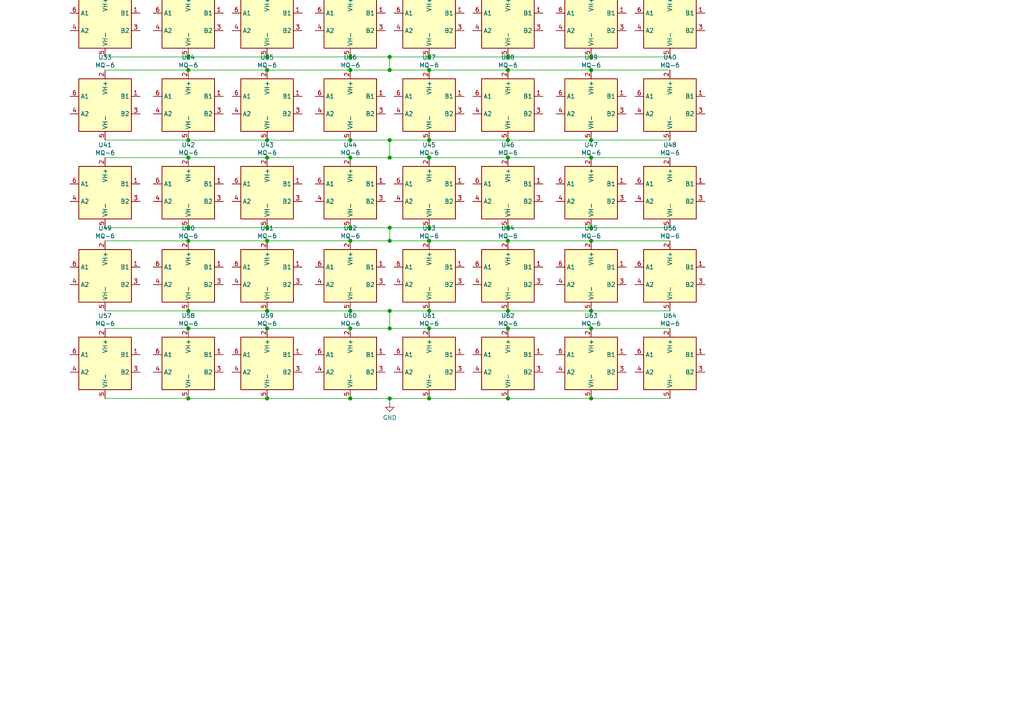
<source format=kicad_sch>
(kicad_sch (version 20210406) (generator eeschema)
  (paper "A4")
  (lib_symbols
    (symbol "Sensor_Gas:MQ-6"
      (property "Reference" "U" (at -6.35 8.89 0))
      (property "Value" "MQ-6" (at 3.81 8.89 0))
      (symbol "MQ-6_0_1"
        (rectangle (start -7.62 7.62) (end 7.62 -7.62) (stroke (width 0.254)) (fill (type background)))
      )
      (symbol "MQ-6_1_1"
        (pin passive line (at 10.16 2.54 180) (length 2.54) (name "B1") (number "1"))
        (pin power_in line (at 0 10.16 270) (length 2.54) (name "VH+") (number "2"))
        (pin passive line (at 10.16 -2.54 180) (length 2.54) (name "B2") (number "3"))
        (pin passive line (at -10.16 -2.54 0) (length 2.54) (name "A2") (number "4"))
        (pin power_in line (at 0 -10.16 90) (length 2.54) (name "VH-") (number "5"))
        (pin passive line (at -10.16 2.54 0) (length 2.54) (name "A1") (number "6"))
      )
    )
    (symbol "power:+24V" (power) (pin_names (offset 0))
      (property "Value" "+24V" (at 0 3.556 0))
      (symbol "+24V_0_1"
        (polyline (pts (xy -0.762 1.27) (xy 0 2.54)))
        (polyline (pts (xy 0 0) (xy 0 2.54)))
        (polyline (pts (xy 0 2.54) (xy 0.762 1.27)))
      )
      (symbol "+24V_1_1"
        (pin power_in line (at 0 0 90) (length 0) hide (name "+24V") (number "1"))
      )
    )
    (symbol "power:GND" (power) (pin_names (offset 0))
      (property "Value" "GND" (at 0 -3.81 0))
      (symbol "GND_0_1"
        (polyline (pts (xy 0 0) (xy 0 -1.27) (xy 1.27 -1.27) (xy 0 -2.54) (xy -1.27 -1.27) (xy 0 -1.27)))
      )
      (symbol "GND_1_1"
        (pin power_in line (at 0 0 270) (length 0) hide (name "GND") (number "1"))
      )
    )
  )
  (junction (at 54.61 -78.74) (diameter 1.016))
  (junction (at 54.61 -58.42) (diameter 1.016))
  (junction (at 54.61 -53.34) (diameter 1.016))
  (junction (at 54.61 -33.02) (diameter 1.016))
  (junction (at 54.61 -29.21) (diameter 1.016))
  (junction (at 54.61 -8.89) (diameter 1.016))
  (junction (at 54.61 -3.81) (diameter 1.016))
  (junction (at 54.61 16.51) (diameter 1.016))
  (junction (at 54.61 20.32) (diameter 1.016))
  (junction (at 54.61 40.64) (diameter 1.016))
  (junction (at 54.61 45.72) (diameter 1.016))
  (junction (at 54.61 66.04) (diameter 1.016))
  (junction (at 54.61 69.85) (diameter 1.016))
  (junction (at 54.61 90.17) (diameter 1.016))
  (junction (at 54.61 95.25) (diameter 1.016))
  (junction (at 54.61 115.57) (diameter 1.016))
  (junction (at 77.47 -78.74) (diameter 1.016))
  (junction (at 77.47 -58.42) (diameter 1.016))
  (junction (at 77.47 -53.34) (diameter 1.016))
  (junction (at 77.47 -33.02) (diameter 1.016))
  (junction (at 77.47 -29.21) (diameter 1.016))
  (junction (at 77.47 -8.89) (diameter 1.016))
  (junction (at 77.47 -3.81) (diameter 1.016))
  (junction (at 77.47 16.51) (diameter 1.016))
  (junction (at 77.47 20.32) (diameter 1.016))
  (junction (at 77.47 40.64) (diameter 1.016))
  (junction (at 77.47 45.72) (diameter 1.016))
  (junction (at 77.47 66.04) (diameter 1.016))
  (junction (at 77.47 69.85) (diameter 1.016))
  (junction (at 77.47 90.17) (diameter 1.016))
  (junction (at 77.47 95.25) (diameter 1.016))
  (junction (at 77.47 115.57) (diameter 1.016))
  (junction (at 88.9 -78.74) (diameter 1.016))
  (junction (at 101.6 -78.74) (diameter 1.016))
  (junction (at 101.6 -58.42) (diameter 1.016))
  (junction (at 101.6 -53.34) (diameter 1.016))
  (junction (at 101.6 -33.02) (diameter 1.016))
  (junction (at 101.6 -29.21) (diameter 1.016))
  (junction (at 101.6 -8.89) (diameter 1.016))
  (junction (at 101.6 -3.81) (diameter 1.016))
  (junction (at 101.6 16.51) (diameter 1.016))
  (junction (at 101.6 20.32) (diameter 1.016))
  (junction (at 101.6 40.64) (diameter 1.016))
  (junction (at 101.6 45.72) (diameter 1.016))
  (junction (at 101.6 66.04) (diameter 1.016))
  (junction (at 101.6 69.85) (diameter 1.016))
  (junction (at 101.6 90.17) (diameter 1.016))
  (junction (at 101.6 95.25) (diameter 1.016))
  (junction (at 101.6 115.57) (diameter 1.016))
  (junction (at 113.03 -58.42) (diameter 1.016))
  (junction (at 113.03 -53.34) (diameter 1.016))
  (junction (at 113.03 -8.89) (diameter 1.016))
  (junction (at 113.03 -3.81) (diameter 1.016))
  (junction (at 113.03 16.51) (diameter 1.016))
  (junction (at 113.03 20.32) (diameter 1.016))
  (junction (at 113.03 40.64) (diameter 1.016))
  (junction (at 113.03 45.72) (diameter 1.016))
  (junction (at 113.03 66.04) (diameter 1.016))
  (junction (at 113.03 69.85) (diameter 1.016))
  (junction (at 113.03 90.17) (diameter 1.016))
  (junction (at 113.03 95.25) (diameter 1.016))
  (junction (at 113.03 115.57) (diameter 1.016))
  (junction (at 114.3 -33.02) (diameter 1.016))
  (junction (at 114.3 -29.21) (diameter 1.016))
  (junction (at 124.46 -78.74) (diameter 1.016))
  (junction (at 124.46 -58.42) (diameter 1.016))
  (junction (at 124.46 -53.34) (diameter 1.016))
  (junction (at 124.46 -33.02) (diameter 1.016))
  (junction (at 124.46 -29.21) (diameter 1.016))
  (junction (at 124.46 -8.89) (diameter 1.016))
  (junction (at 124.46 -3.81) (diameter 1.016))
  (junction (at 124.46 16.51) (diameter 1.016))
  (junction (at 124.46 20.32) (diameter 1.016))
  (junction (at 124.46 40.64) (diameter 1.016))
  (junction (at 124.46 45.72) (diameter 1.016))
  (junction (at 124.46 66.04) (diameter 1.016))
  (junction (at 124.46 69.85) (diameter 1.016))
  (junction (at 124.46 90.17) (diameter 1.016))
  (junction (at 124.46 95.25) (diameter 1.016))
  (junction (at 124.46 115.57) (diameter 1.016))
  (junction (at 147.32 -78.74) (diameter 1.016))
  (junction (at 147.32 -58.42) (diameter 1.016))
  (junction (at 147.32 -53.34) (diameter 1.016))
  (junction (at 147.32 -33.02) (diameter 1.016))
  (junction (at 147.32 -29.21) (diameter 1.016))
  (junction (at 147.32 -8.89) (diameter 1.016))
  (junction (at 147.32 -3.81) (diameter 1.016))
  (junction (at 147.32 16.51) (diameter 1.016))
  (junction (at 147.32 20.32) (diameter 1.016))
  (junction (at 147.32 40.64) (diameter 1.016))
  (junction (at 147.32 45.72) (diameter 1.016))
  (junction (at 147.32 66.04) (diameter 1.016))
  (junction (at 147.32 69.85) (diameter 1.016))
  (junction (at 147.32 90.17) (diameter 1.016))
  (junction (at 147.32 95.25) (diameter 1.016))
  (junction (at 147.32 115.57) (diameter 1.016))
  (junction (at 171.45 -78.74) (diameter 1.016))
  (junction (at 171.45 -58.42) (diameter 1.016))
  (junction (at 171.45 -53.34) (diameter 1.016))
  (junction (at 171.45 -33.02) (diameter 1.016))
  (junction (at 171.45 -29.21) (diameter 1.016))
  (junction (at 171.45 -8.89) (diameter 1.016))
  (junction (at 171.45 -3.81) (diameter 1.016))
  (junction (at 171.45 16.51) (diameter 1.016))
  (junction (at 171.45 20.32) (diameter 1.016))
  (junction (at 171.45 40.64) (diameter 1.016))
  (junction (at 171.45 45.72) (diameter 1.016))
  (junction (at 171.45 66.04) (diameter 1.016))
  (junction (at 171.45 69.85) (diameter 1.016))
  (junction (at 171.45 90.17) (diameter 1.016))
  (junction (at 171.45 95.25) (diameter 1.016))
  (junction (at 171.45 115.57) (diameter 1.016))
  (wire (pts (xy 30.48 -78.74) (xy 54.61 -78.74)))
  (wire (pts (xy 30.48 -58.42) (xy 54.61 -58.42)))
  (wire (pts (xy 30.48 -53.34) (xy 54.61 -53.34)))
  (wire (pts (xy 30.48 -33.02) (xy 54.61 -33.02)))
  (wire (pts (xy 30.48 -29.21) (xy 54.61 -29.21)))
  (wire (pts (xy 30.48 -8.89) (xy 54.61 -8.89)))
  (wire (pts (xy 30.48 -3.81) (xy 54.61 -3.81)))
  (wire (pts (xy 30.48 16.51) (xy 54.61 16.51)))
  (wire (pts (xy 30.48 20.32) (xy 54.61 20.32)))
  (wire (pts (xy 30.48 40.64) (xy 54.61 40.64)))
  (wire (pts (xy 30.48 45.72) (xy 54.61 45.72)))
  (wire (pts (xy 30.48 66.04) (xy 54.61 66.04)))
  (wire (pts (xy 30.48 69.85) (xy 54.61 69.85)))
  (wire (pts (xy 30.48 90.17) (xy 54.61 90.17)))
  (wire (pts (xy 30.48 95.25) (xy 54.61 95.25)))
  (wire (pts (xy 30.48 115.57) (xy 54.61 115.57)))
  (wire (pts (xy 54.61 -78.74) (xy 77.47 -78.74)))
  (wire (pts (xy 54.61 -58.42) (xy 77.47 -58.42)))
  (wire (pts (xy 54.61 -53.34) (xy 77.47 -53.34)))
  (wire (pts (xy 54.61 -33.02) (xy 77.47 -33.02)))
  (wire (pts (xy 54.61 -29.21) (xy 77.47 -29.21)))
  (wire (pts (xy 54.61 -8.89) (xy 77.47 -8.89)))
  (wire (pts (xy 54.61 -3.81) (xy 77.47 -3.81)))
  (wire (pts (xy 54.61 16.51) (xy 77.47 16.51)))
  (wire (pts (xy 54.61 20.32) (xy 77.47 20.32)))
  (wire (pts (xy 54.61 40.64) (xy 77.47 40.64)))
  (wire (pts (xy 54.61 45.72) (xy 77.47 45.72)))
  (wire (pts (xy 54.61 66.04) (xy 77.47 66.04)))
  (wire (pts (xy 54.61 69.85) (xy 77.47 69.85)))
  (wire (pts (xy 54.61 90.17) (xy 77.47 90.17)))
  (wire (pts (xy 54.61 95.25) (xy 77.47 95.25)))
  (wire (pts (xy 54.61 115.57) (xy 77.47 115.57)))
  (wire (pts (xy 77.47 -78.74) (xy 88.9 -78.74)))
  (wire (pts (xy 77.47 -58.42) (xy 101.6 -58.42)))
  (wire (pts (xy 77.47 -53.34) (xy 101.6 -53.34)))
  (wire (pts (xy 77.47 -33.02) (xy 101.6 -33.02)))
  (wire (pts (xy 77.47 -29.21) (xy 101.6 -29.21)))
  (wire (pts (xy 77.47 -8.89) (xy 101.6 -8.89)))
  (wire (pts (xy 77.47 -3.81) (xy 101.6 -3.81)))
  (wire (pts (xy 77.47 16.51) (xy 101.6 16.51)))
  (wire (pts (xy 77.47 20.32) (xy 101.6 20.32)))
  (wire (pts (xy 77.47 40.64) (xy 101.6 40.64)))
  (wire (pts (xy 77.47 45.72) (xy 101.6 45.72)))
  (wire (pts (xy 77.47 66.04) (xy 101.6 66.04)))
  (wire (pts (xy 77.47 69.85) (xy 101.6 69.85)))
  (wire (pts (xy 77.47 90.17) (xy 101.6 90.17)))
  (wire (pts (xy 77.47 95.25) (xy 101.6 95.25)))
  (wire (pts (xy 77.47 115.57) (xy 101.6 115.57)))
  (wire (pts (xy 88.9 -82.55) (xy 88.9 -78.74)))
  (wire (pts (xy 88.9 -78.74) (xy 101.6 -78.74)))
  (wire (pts (xy 101.6 -78.74) (xy 124.46 -78.74)))
  (wire (pts (xy 101.6 -58.42) (xy 113.03 -58.42)))
  (wire (pts (xy 101.6 -53.34) (xy 113.03 -53.34)))
  (wire (pts (xy 101.6 -33.02) (xy 114.3 -33.02)))
  (wire (pts (xy 101.6 -29.21) (xy 114.3 -29.21)))
  (wire (pts (xy 101.6 -8.89) (xy 113.03 -8.89)))
  (wire (pts (xy 101.6 -3.81) (xy 113.03 -3.81)))
  (wire (pts (xy 101.6 16.51) (xy 113.03 16.51)))
  (wire (pts (xy 101.6 20.32) (xy 113.03 20.32)))
  (wire (pts (xy 101.6 40.64) (xy 113.03 40.64)))
  (wire (pts (xy 101.6 45.72) (xy 113.03 45.72)))
  (wire (pts (xy 101.6 66.04) (xy 113.03 66.04)))
  (wire (pts (xy 101.6 69.85) (xy 113.03 69.85)))
  (wire (pts (xy 101.6 90.17) (xy 113.03 90.17)))
  (wire (pts (xy 101.6 95.25) (xy 113.03 95.25)))
  (wire (pts (xy 101.6 115.57) (xy 113.03 115.57)))
  (wire (pts (xy 113.03 -58.42) (xy 113.03 -53.34)))
  (wire (pts (xy 113.03 -58.42) (xy 124.46 -58.42)))
  (wire (pts (xy 113.03 -53.34) (xy 124.46 -53.34)))
  (wire (pts (xy 113.03 -8.89) (xy 113.03 -3.81)))
  (wire (pts (xy 113.03 -8.89) (xy 124.46 -8.89)))
  (wire (pts (xy 113.03 -3.81) (xy 124.46 -3.81)))
  (wire (pts (xy 113.03 16.51) (xy 113.03 20.32)))
  (wire (pts (xy 113.03 16.51) (xy 124.46 16.51)))
  (wire (pts (xy 113.03 20.32) (xy 124.46 20.32)))
  (wire (pts (xy 113.03 40.64) (xy 113.03 45.72)))
  (wire (pts (xy 113.03 40.64) (xy 124.46 40.64)))
  (wire (pts (xy 113.03 45.72) (xy 124.46 45.72)))
  (wire (pts (xy 113.03 66.04) (xy 113.03 69.85)))
  (wire (pts (xy 113.03 66.04) (xy 124.46 66.04)))
  (wire (pts (xy 113.03 69.85) (xy 124.46 69.85)))
  (wire (pts (xy 113.03 90.17) (xy 113.03 95.25)))
  (wire (pts (xy 113.03 90.17) (xy 124.46 90.17)))
  (wire (pts (xy 113.03 95.25) (xy 124.46 95.25)))
  (wire (pts (xy 113.03 115.57) (xy 113.03 116.84)))
  (wire (pts (xy 113.03 115.57) (xy 124.46 115.57)))
  (wire (pts (xy 114.3 -33.02) (xy 114.3 -29.21)))
  (wire (pts (xy 114.3 -33.02) (xy 124.46 -33.02)))
  (wire (pts (xy 114.3 -29.21) (xy 124.46 -29.21)))
  (wire (pts (xy 124.46 -78.74) (xy 147.32 -78.74)))
  (wire (pts (xy 124.46 -58.42) (xy 147.32 -58.42)))
  (wire (pts (xy 124.46 -53.34) (xy 147.32 -53.34)))
  (wire (pts (xy 124.46 -33.02) (xy 147.32 -33.02)))
  (wire (pts (xy 124.46 -29.21) (xy 147.32 -29.21)))
  (wire (pts (xy 124.46 -8.89) (xy 147.32 -8.89)))
  (wire (pts (xy 124.46 -3.81) (xy 147.32 -3.81)))
  (wire (pts (xy 124.46 16.51) (xy 147.32 16.51)))
  (wire (pts (xy 124.46 20.32) (xy 147.32 20.32)))
  (wire (pts (xy 124.46 40.64) (xy 147.32 40.64)))
  (wire (pts (xy 124.46 45.72) (xy 147.32 45.72)))
  (wire (pts (xy 124.46 66.04) (xy 147.32 66.04)))
  (wire (pts (xy 124.46 69.85) (xy 147.32 69.85)))
  (wire (pts (xy 124.46 90.17) (xy 147.32 90.17)))
  (wire (pts (xy 124.46 95.25) (xy 147.32 95.25)))
  (wire (pts (xy 124.46 115.57) (xy 147.32 115.57)))
  (wire (pts (xy 147.32 -78.74) (xy 171.45 -78.74)))
  (wire (pts (xy 147.32 -58.42) (xy 171.45 -58.42)))
  (wire (pts (xy 147.32 -53.34) (xy 171.45 -53.34)))
  (wire (pts (xy 147.32 -33.02) (xy 171.45 -33.02)))
  (wire (pts (xy 147.32 -29.21) (xy 171.45 -29.21)))
  (wire (pts (xy 147.32 -8.89) (xy 171.45 -8.89)))
  (wire (pts (xy 147.32 -3.81) (xy 171.45 -3.81)))
  (wire (pts (xy 147.32 16.51) (xy 171.45 16.51)))
  (wire (pts (xy 147.32 20.32) (xy 171.45 20.32)))
  (wire (pts (xy 147.32 40.64) (xy 171.45 40.64)))
  (wire (pts (xy 147.32 45.72) (xy 171.45 45.72)))
  (wire (pts (xy 147.32 66.04) (xy 171.45 66.04)))
  (wire (pts (xy 147.32 69.85) (xy 171.45 69.85)))
  (wire (pts (xy 147.32 90.17) (xy 171.45 90.17)))
  (wire (pts (xy 147.32 95.25) (xy 171.45 95.25)))
  (wire (pts (xy 147.32 115.57) (xy 171.45 115.57)))
  (wire (pts (xy 171.45 -78.74) (xy 194.31 -78.74)))
  (wire (pts (xy 171.45 -58.42) (xy 194.31 -58.42)))
  (wire (pts (xy 171.45 -53.34) (xy 194.31 -53.34)))
  (wire (pts (xy 171.45 -33.02) (xy 194.31 -33.02)))
  (wire (pts (xy 171.45 -29.21) (xy 194.31 -29.21)))
  (wire (pts (xy 171.45 -8.89) (xy 194.31 -8.89)))
  (wire (pts (xy 171.45 -3.81) (xy 194.31 -3.81)))
  (wire (pts (xy 171.45 16.51) (xy 194.31 16.51)))
  (wire (pts (xy 171.45 20.32) (xy 194.31 20.32)))
  (wire (pts (xy 171.45 40.64) (xy 194.31 40.64)))
  (wire (pts (xy 171.45 45.72) (xy 194.31 45.72)))
  (wire (pts (xy 171.45 66.04) (xy 194.31 66.04)))
  (wire (pts (xy 171.45 69.85) (xy 194.31 69.85)))
  (wire (pts (xy 171.45 90.17) (xy 194.31 90.17)))
  (wire (pts (xy 171.45 95.25) (xy 194.31 95.25)))
  (wire (pts (xy 171.45 115.57) (xy 194.31 115.57)))
  (symbol (lib_id "power:+24V") (at 88.9 -82.55 0) (unit 1)
    (property "Reference" "#PWR01" (effects hide))
    (property "Value" "+24V" (at 88.9 -86.0974 0))
  )
  (symbol (lib_id "power:GND") (at 113.03 116.84 0) (unit 1)
    (property "Reference" "#PWR02" (effects hide))
    (property "Value" "GND" (at 113.03 121.1644 0))
  )
  (symbol (lib_id "Sensor_Gas:MQ-6") (at 30.48 -68.58 0) (unit 1)
    (property "Reference" "U1" (at 30.48 -82.4272 0))
    (property "Value" "MQ-6" (at 30.48 -80.1285 0))
    (property "Footprint" "brucon_badge:MQ-3-sparkfuntight" (effects hide))
    (property "Datasheet" "https://www.winsen-sensor.com/d/files/semiconductor/mq-6.pdf" (effects hide))
  )
  (symbol (lib_id "Sensor_Gas:MQ-6") (at 30.48 -43.18 0) (unit 1)
    (property "Reference" "U9" (at 30.48 -57.0272 0))
    (property "Value" "MQ-6" (at 30.48 -54.7285 0))
    (property "Footprint" "brucon_badge:MQ-3-sparkfuntight" (effects hide))
    (property "Datasheet" "https://www.winsen-sensor.com/d/files/semiconductor/mq-6.pdf" (effects hide))
  )
  (symbol (lib_id "Sensor_Gas:MQ-6") (at 30.48 -19.05 0) (unit 1)
    (property "Reference" "U17" (at 30.48 -32.8972 0))
    (property "Value" "MQ-6" (at 30.48 -30.5985 0))
    (property "Footprint" "brucon_badge:MQ-3-sparkfuntight" (effects hide))
    (property "Datasheet" "https://www.winsen-sensor.com/d/files/semiconductor/mq-6.pdf" (effects hide))
  )
  (symbol (lib_id "Sensor_Gas:MQ-6") (at 30.48 6.35 0) (unit 1)
    (property "Reference" "U25" (at 30.48 -7.4972 0))
    (property "Value" "MQ-6" (at 30.48 -5.1985 0))
    (property "Footprint" "brucon_badge:MQ-3-sparkfuntight" (effects hide))
    (property "Datasheet" "https://www.winsen-sensor.com/d/files/semiconductor/mq-6.pdf" (effects hide))
  )
  (symbol (lib_id "Sensor_Gas:MQ-6") (at 30.48 30.48 0) (unit 1)
    (property "Reference" "U33" (at 30.48 16.6328 0))
    (property "Value" "MQ-6" (at 30.48 18.9315 0))
    (property "Footprint" "brucon_badge:MQ-3-sparkfuntight" (effects hide))
    (property "Datasheet" "https://www.winsen-sensor.com/d/files/semiconductor/mq-6.pdf" (effects hide))
  )
  (symbol (lib_id "Sensor_Gas:MQ-6") (at 30.48 55.88 0) (unit 1)
    (property "Reference" "U41" (at 30.48 42.0328 0))
    (property "Value" "MQ-6" (at 30.48 44.3315 0))
    (property "Footprint" "brucon_badge:MQ-3-sparkfuntight" (effects hide))
    (property "Datasheet" "https://www.winsen-sensor.com/d/files/semiconductor/mq-6.pdf" (effects hide))
  )
  (symbol (lib_id "Sensor_Gas:MQ-6") (at 30.48 80.01 0) (unit 1)
    (property "Reference" "U49" (at 30.48 66.1628 0))
    (property "Value" "MQ-6" (at 30.48 68.4615 0))
    (property "Footprint" "brucon_badge:MQ-3-sparkfuntight" (effects hide))
    (property "Datasheet" "https://www.winsen-sensor.com/d/files/semiconductor/mq-6.pdf" (effects hide))
  )
  (symbol (lib_id "Sensor_Gas:MQ-6") (at 30.48 105.41 0) (unit 1)
    (property "Reference" "U57" (at 30.48 91.5628 0))
    (property "Value" "MQ-6" (at 30.48 93.8615 0))
    (property "Footprint" "brucon_badge:MQ-3-sparkfuntight" (effects hide))
    (property "Datasheet" "https://www.winsen-sensor.com/d/files/semiconductor/mq-6.pdf" (effects hide))
  )
  (symbol (lib_id "Sensor_Gas:MQ-6") (at 54.61 -68.58 0) (unit 1)
    (property "Reference" "U2" (at 54.61 -82.4272 0))
    (property "Value" "MQ-6" (at 54.61 -80.1285 0))
    (property "Footprint" "brucon_badge:MQ-3-sparkfuntight" (effects hide))
    (property "Datasheet" "https://www.winsen-sensor.com/d/files/semiconductor/mq-6.pdf" (effects hide))
  )
  (symbol (lib_id "Sensor_Gas:MQ-6") (at 54.61 -43.18 0) (unit 1)
    (property "Reference" "U10" (at 54.61 -57.0272 0))
    (property "Value" "MQ-6" (at 54.61 -54.7285 0))
    (property "Footprint" "brucon_badge:MQ-3-sparkfuntight" (effects hide))
    (property "Datasheet" "https://www.winsen-sensor.com/d/files/semiconductor/mq-6.pdf" (effects hide))
  )
  (symbol (lib_id "Sensor_Gas:MQ-6") (at 54.61 -19.05 0) (unit 1)
    (property "Reference" "U18" (at 54.61 -32.8972 0))
    (property "Value" "MQ-6" (at 54.61 -30.5985 0))
    (property "Footprint" "brucon_badge:MQ-3-sparkfuntight" (effects hide))
    (property "Datasheet" "https://www.winsen-sensor.com/d/files/semiconductor/mq-6.pdf" (effects hide))
  )
  (symbol (lib_id "Sensor_Gas:MQ-6") (at 54.61 6.35 0) (unit 1)
    (property "Reference" "U26" (at 54.61 -7.4972 0))
    (property "Value" "MQ-6" (at 54.61 -5.1985 0))
    (property "Footprint" "brucon_badge:MQ-3-sparkfuntight" (effects hide))
    (property "Datasheet" "https://www.winsen-sensor.com/d/files/semiconductor/mq-6.pdf" (effects hide))
  )
  (symbol (lib_id "Sensor_Gas:MQ-6") (at 54.61 30.48 0) (unit 1)
    (property "Reference" "U34" (at 54.61 16.6328 0))
    (property "Value" "MQ-6" (at 54.61 18.9315 0))
    (property "Footprint" "brucon_badge:MQ-3-sparkfuntight" (effects hide))
    (property "Datasheet" "https://www.winsen-sensor.com/d/files/semiconductor/mq-6.pdf" (effects hide))
  )
  (symbol (lib_id "Sensor_Gas:MQ-6") (at 54.61 55.88 0) (unit 1)
    (property "Reference" "U42" (at 54.61 42.0328 0))
    (property "Value" "MQ-6" (at 54.61 44.3315 0))
    (property "Footprint" "brucon_badge:MQ-3-sparkfuntight" (effects hide))
    (property "Datasheet" "https://www.winsen-sensor.com/d/files/semiconductor/mq-6.pdf" (effects hide))
  )
  (symbol (lib_id "Sensor_Gas:MQ-6") (at 54.61 80.01 0) (unit 1)
    (property "Reference" "U50" (at 54.61 66.1628 0))
    (property "Value" "MQ-6" (at 54.61 68.4615 0))
    (property "Footprint" "brucon_badge:MQ-3-sparkfuntight" (effects hide))
    (property "Datasheet" "https://www.winsen-sensor.com/d/files/semiconductor/mq-6.pdf" (effects hide))
  )
  (symbol (lib_id "Sensor_Gas:MQ-6") (at 54.61 105.41 0) (unit 1)
    (property "Reference" "U58" (at 54.61 91.5628 0))
    (property "Value" "MQ-6" (at 54.61 93.8615 0))
    (property "Footprint" "brucon_badge:MQ-3-sparkfuntight" (effects hide))
    (property "Datasheet" "https://www.winsen-sensor.com/d/files/semiconductor/mq-6.pdf" (effects hide))
  )
  (symbol (lib_id "Sensor_Gas:MQ-6") (at 77.47 -68.58 0) (unit 1)
    (property "Reference" "U3" (at 77.47 -82.4272 0))
    (property "Value" "MQ-6" (at 77.47 -80.1285 0))
    (property "Footprint" "brucon_badge:MQ-3-sparkfuntight" (effects hide))
    (property "Datasheet" "https://www.winsen-sensor.com/d/files/semiconductor/mq-6.pdf" (effects hide))
  )
  (symbol (lib_id "Sensor_Gas:MQ-6") (at 77.47 -43.18 0) (unit 1)
    (property "Reference" "U11" (at 77.47 -57.0272 0))
    (property "Value" "MQ-6" (at 77.47 -54.7285 0))
    (property "Footprint" "brucon_badge:MQ-3-sparkfuntight" (effects hide))
    (property "Datasheet" "https://www.winsen-sensor.com/d/files/semiconductor/mq-6.pdf" (effects hide))
  )
  (symbol (lib_id "Sensor_Gas:MQ-6") (at 77.47 -19.05 0) (unit 1)
    (property "Reference" "U19" (at 77.47 -32.8972 0))
    (property "Value" "MQ-6" (at 77.47 -30.5985 0))
    (property "Footprint" "brucon_badge:MQ-3-sparkfuntight" (effects hide))
    (property "Datasheet" "https://www.winsen-sensor.com/d/files/semiconductor/mq-6.pdf" (effects hide))
  )
  (symbol (lib_id "Sensor_Gas:MQ-6") (at 77.47 6.35 0) (unit 1)
    (property "Reference" "U27" (at 77.47 -7.4972 0))
    (property "Value" "MQ-6" (at 77.47 -5.1985 0))
    (property "Footprint" "brucon_badge:MQ-3-sparkfuntight" (effects hide))
    (property "Datasheet" "https://www.winsen-sensor.com/d/files/semiconductor/mq-6.pdf" (effects hide))
  )
  (symbol (lib_id "Sensor_Gas:MQ-6") (at 77.47 30.48 0) (unit 1)
    (property "Reference" "U35" (at 77.47 16.6328 0))
    (property "Value" "MQ-6" (at 77.47 18.9315 0))
    (property "Footprint" "brucon_badge:MQ-3-sparkfuntight" (effects hide))
    (property "Datasheet" "https://www.winsen-sensor.com/d/files/semiconductor/mq-6.pdf" (effects hide))
  )
  (symbol (lib_id "Sensor_Gas:MQ-6") (at 77.47 55.88 0) (unit 1)
    (property "Reference" "U43" (at 77.47 42.0328 0))
    (property "Value" "MQ-6" (at 77.47 44.3315 0))
    (property "Footprint" "brucon_badge:MQ-3-sparkfuntight" (effects hide))
    (property "Datasheet" "https://www.winsen-sensor.com/d/files/semiconductor/mq-6.pdf" (effects hide))
  )
  (symbol (lib_id "Sensor_Gas:MQ-6") (at 77.47 80.01 0) (unit 1)
    (property "Reference" "U51" (at 77.47 66.1628 0))
    (property "Value" "MQ-6" (at 77.47 68.4615 0))
    (property "Footprint" "brucon_badge:MQ-3-sparkfuntight" (effects hide))
    (property "Datasheet" "https://www.winsen-sensor.com/d/files/semiconductor/mq-6.pdf" (effects hide))
  )
  (symbol (lib_id "Sensor_Gas:MQ-6") (at 77.47 105.41 0) (unit 1)
    (property "Reference" "U59" (at 77.47 91.5628 0))
    (property "Value" "MQ-6" (at 77.47 93.8615 0))
    (property "Footprint" "brucon_badge:MQ-3-sparkfuntight" (effects hide))
    (property "Datasheet" "https://www.winsen-sensor.com/d/files/semiconductor/mq-6.pdf" (effects hide))
  )
  (symbol (lib_id "Sensor_Gas:MQ-6") (at 101.6 -68.58 0) (unit 1)
    (property "Reference" "U4" (at 101.6 -82.4272 0))
    (property "Value" "MQ-6" (at 101.6 -80.1285 0))
    (property "Footprint" "brucon_badge:MQ-3-sparkfuntight" (effects hide))
    (property "Datasheet" "https://www.winsen-sensor.com/d/files/semiconductor/mq-6.pdf" (effects hide))
  )
  (symbol (lib_id "Sensor_Gas:MQ-6") (at 101.6 -43.18 0) (unit 1)
    (property "Reference" "U12" (at 101.6 -57.0272 0))
    (property "Value" "MQ-6" (at 101.6 -54.7285 0))
    (property "Footprint" "brucon_badge:MQ-3-sparkfuntight" (effects hide))
    (property "Datasheet" "https://www.winsen-sensor.com/d/files/semiconductor/mq-6.pdf" (effects hide))
  )
  (symbol (lib_id "Sensor_Gas:MQ-6") (at 101.6 -19.05 0) (unit 1)
    (property "Reference" "U20" (at 101.6 -32.8972 0))
    (property "Value" "MQ-6" (at 101.6 -30.5985 0))
    (property "Footprint" "brucon_badge:MQ-3-sparkfuntight" (effects hide))
    (property "Datasheet" "https://www.winsen-sensor.com/d/files/semiconductor/mq-6.pdf" (effects hide))
  )
  (symbol (lib_id "Sensor_Gas:MQ-6") (at 101.6 6.35 0) (unit 1)
    (property "Reference" "U28" (at 101.6 -7.4972 0))
    (property "Value" "MQ-6" (at 101.6 -5.1985 0))
    (property "Footprint" "brucon_badge:MQ-3-sparkfuntight" (effects hide))
    (property "Datasheet" "https://www.winsen-sensor.com/d/files/semiconductor/mq-6.pdf" (effects hide))
  )
  (symbol (lib_id "Sensor_Gas:MQ-6") (at 101.6 30.48 0) (unit 1)
    (property "Reference" "U36" (at 101.6 16.6328 0))
    (property "Value" "MQ-6" (at 101.6 18.9315 0))
    (property "Footprint" "brucon_badge:MQ-3-sparkfuntight" (effects hide))
    (property "Datasheet" "https://www.winsen-sensor.com/d/files/semiconductor/mq-6.pdf" (effects hide))
  )
  (symbol (lib_id "Sensor_Gas:MQ-6") (at 101.6 55.88 0) (unit 1)
    (property "Reference" "U44" (at 101.6 42.0328 0))
    (property "Value" "MQ-6" (at 101.6 44.3315 0))
    (property "Footprint" "brucon_badge:MQ-3-sparkfuntight" (effects hide))
    (property "Datasheet" "https://www.winsen-sensor.com/d/files/semiconductor/mq-6.pdf" (effects hide))
  )
  (symbol (lib_id "Sensor_Gas:MQ-6") (at 101.6 80.01 0) (unit 1)
    (property "Reference" "U52" (at 101.6 66.1628 0))
    (property "Value" "MQ-6" (at 101.6 68.4615 0))
    (property "Footprint" "brucon_badge:MQ-3-sparkfuntight" (effects hide))
    (property "Datasheet" "https://www.winsen-sensor.com/d/files/semiconductor/mq-6.pdf" (effects hide))
  )
  (symbol (lib_id "Sensor_Gas:MQ-6") (at 101.6 105.41 0) (unit 1)
    (property "Reference" "U60" (at 101.6 91.5628 0))
    (property "Value" "MQ-6" (at 101.6 93.8615 0))
    (property "Footprint" "brucon_badge:MQ-3-sparkfuntight" (effects hide))
    (property "Datasheet" "https://www.winsen-sensor.com/d/files/semiconductor/mq-6.pdf" (effects hide))
  )
  (symbol (lib_id "Sensor_Gas:MQ-6") (at 124.46 -68.58 0) (unit 1)
    (property "Reference" "U5" (at 124.46 -82.4272 0))
    (property "Value" "MQ-6" (at 124.46 -80.1285 0))
    (property "Footprint" "brucon_badge:MQ-3-sparkfuntight" (effects hide))
    (property "Datasheet" "https://www.winsen-sensor.com/d/files/semiconductor/mq-6.pdf" (effects hide))
  )
  (symbol (lib_id "Sensor_Gas:MQ-6") (at 124.46 -43.18 0) (unit 1)
    (property "Reference" "U13" (at 124.46 -57.0272 0))
    (property "Value" "MQ-6" (at 124.46 -54.7285 0))
    (property "Footprint" "brucon_badge:MQ-3-sparkfuntight" (effects hide))
    (property "Datasheet" "https://www.winsen-sensor.com/d/files/semiconductor/mq-6.pdf" (effects hide))
  )
  (symbol (lib_id "Sensor_Gas:MQ-6") (at 124.46 -19.05 0) (unit 1)
    (property "Reference" "U21" (at 124.46 -32.8972 0))
    (property "Value" "MQ-6" (at 124.46 -30.5985 0))
    (property "Footprint" "brucon_badge:MQ-3-sparkfuntight" (effects hide))
    (property "Datasheet" "https://www.winsen-sensor.com/d/files/semiconductor/mq-6.pdf" (effects hide))
  )
  (symbol (lib_id "Sensor_Gas:MQ-6") (at 124.46 6.35 0) (unit 1)
    (property "Reference" "U29" (at 124.46 -7.4972 0))
    (property "Value" "MQ-6" (at 124.46 -5.1985 0))
    (property "Footprint" "brucon_badge:MQ-3-sparkfuntight" (effects hide))
    (property "Datasheet" "https://www.winsen-sensor.com/d/files/semiconductor/mq-6.pdf" (effects hide))
  )
  (symbol (lib_id "Sensor_Gas:MQ-6") (at 124.46 30.48 0) (unit 1)
    (property "Reference" "U37" (at 124.46 16.6328 0))
    (property "Value" "MQ-6" (at 124.46 18.9315 0))
    (property "Footprint" "brucon_badge:MQ-3-sparkfuntight" (effects hide))
    (property "Datasheet" "https://www.winsen-sensor.com/d/files/semiconductor/mq-6.pdf" (effects hide))
  )
  (symbol (lib_id "Sensor_Gas:MQ-6") (at 124.46 55.88 0) (unit 1)
    (property "Reference" "U45" (at 124.46 42.0328 0))
    (property "Value" "MQ-6" (at 124.46 44.3315 0))
    (property "Footprint" "brucon_badge:MQ-3-sparkfuntight" (effects hide))
    (property "Datasheet" "https://www.winsen-sensor.com/d/files/semiconductor/mq-6.pdf" (effects hide))
  )
  (symbol (lib_id "Sensor_Gas:MQ-6") (at 124.46 80.01 0) (unit 1)
    (property "Reference" "U53" (at 124.46 66.1628 0))
    (property "Value" "MQ-6" (at 124.46 68.4615 0))
    (property "Footprint" "brucon_badge:MQ-3-sparkfuntight" (effects hide))
    (property "Datasheet" "https://www.winsen-sensor.com/d/files/semiconductor/mq-6.pdf" (effects hide))
  )
  (symbol (lib_id "Sensor_Gas:MQ-6") (at 124.46 105.41 0) (unit 1)
    (property "Reference" "U61" (at 124.46 91.5628 0))
    (property "Value" "MQ-6" (at 124.46 93.8615 0))
    (property "Footprint" "brucon_badge:MQ-3-sparkfuntight" (effects hide))
    (property "Datasheet" "https://www.winsen-sensor.com/d/files/semiconductor/mq-6.pdf" (effects hide))
  )
  (symbol (lib_id "Sensor_Gas:MQ-6") (at 147.32 -68.58 0) (unit 1)
    (property "Reference" "U6" (at 147.32 -82.4272 0))
    (property "Value" "MQ-6" (at 147.32 -80.1285 0))
    (property "Footprint" "brucon_badge:MQ-3-sparkfuntight" (effects hide))
    (property "Datasheet" "https://www.winsen-sensor.com/d/files/semiconductor/mq-6.pdf" (effects hide))
  )
  (symbol (lib_id "Sensor_Gas:MQ-6") (at 147.32 -43.18 0) (unit 1)
    (property "Reference" "U14" (at 147.32 -57.0272 0))
    (property "Value" "MQ-6" (at 147.32 -54.7285 0))
    (property "Footprint" "brucon_badge:MQ-3-sparkfuntight" (effects hide))
    (property "Datasheet" "https://www.winsen-sensor.com/d/files/semiconductor/mq-6.pdf" (effects hide))
  )
  (symbol (lib_id "Sensor_Gas:MQ-6") (at 147.32 -19.05 0) (unit 1)
    (property "Reference" "U22" (at 147.32 -32.8972 0))
    (property "Value" "MQ-6" (at 147.32 -30.5985 0))
    (property "Footprint" "brucon_badge:MQ-3-sparkfuntight" (effects hide))
    (property "Datasheet" "https://www.winsen-sensor.com/d/files/semiconductor/mq-6.pdf" (effects hide))
  )
  (symbol (lib_id "Sensor_Gas:MQ-6") (at 147.32 6.35 0) (unit 1)
    (property "Reference" "U30" (at 147.32 -7.4972 0))
    (property "Value" "MQ-6" (at 147.32 -5.1985 0))
    (property "Footprint" "brucon_badge:MQ-3-sparkfuntight" (effects hide))
    (property "Datasheet" "https://www.winsen-sensor.com/d/files/semiconductor/mq-6.pdf" (effects hide))
  )
  (symbol (lib_id "Sensor_Gas:MQ-6") (at 147.32 30.48 0) (unit 1)
    (property "Reference" "U38" (at 147.32 16.6328 0))
    (property "Value" "MQ-6" (at 147.32 18.9315 0))
    (property "Footprint" "brucon_badge:MQ-3-sparkfuntight" (effects hide))
    (property "Datasheet" "https://www.winsen-sensor.com/d/files/semiconductor/mq-6.pdf" (effects hide))
  )
  (symbol (lib_id "Sensor_Gas:MQ-6") (at 147.32 55.88 0) (unit 1)
    (property "Reference" "U46" (at 147.32 42.0328 0))
    (property "Value" "MQ-6" (at 147.32 44.3315 0))
    (property "Footprint" "brucon_badge:MQ-3-sparkfuntight" (effects hide))
    (property "Datasheet" "https://www.winsen-sensor.com/d/files/semiconductor/mq-6.pdf" (effects hide))
  )
  (symbol (lib_id "Sensor_Gas:MQ-6") (at 147.32 80.01 0) (unit 1)
    (property "Reference" "U54" (at 147.32 66.1628 0))
    (property "Value" "MQ-6" (at 147.32 68.4615 0))
    (property "Footprint" "brucon_badge:MQ-3-sparkfuntight" (effects hide))
    (property "Datasheet" "https://www.winsen-sensor.com/d/files/semiconductor/mq-6.pdf" (effects hide))
  )
  (symbol (lib_id "Sensor_Gas:MQ-6") (at 147.32 105.41 0) (unit 1)
    (property "Reference" "U62" (at 147.32 91.5628 0))
    (property "Value" "MQ-6" (at 147.32 93.8615 0))
    (property "Footprint" "brucon_badge:MQ-3-sparkfuntight" (effects hide))
    (property "Datasheet" "https://www.winsen-sensor.com/d/files/semiconductor/mq-6.pdf" (effects hide))
  )
  (symbol (lib_id "Sensor_Gas:MQ-6") (at 171.45 -68.58 0) (unit 1)
    (property "Reference" "U7" (at 171.45 -82.4272 0))
    (property "Value" "MQ-6" (at 171.45 -80.1285 0))
    (property "Footprint" "brucon_badge:MQ-3-sparkfuntight" (effects hide))
    (property "Datasheet" "https://www.winsen-sensor.com/d/files/semiconductor/mq-6.pdf" (effects hide))
  )
  (symbol (lib_id "Sensor_Gas:MQ-6") (at 171.45 -43.18 0) (unit 1)
    (property "Reference" "U15" (at 171.45 -57.0272 0))
    (property "Value" "MQ-6" (at 171.45 -54.7285 0))
    (property "Footprint" "brucon_badge:MQ-3-sparkfuntight" (effects hide))
    (property "Datasheet" "https://www.winsen-sensor.com/d/files/semiconductor/mq-6.pdf" (effects hide))
  )
  (symbol (lib_id "Sensor_Gas:MQ-6") (at 171.45 -19.05 0) (unit 1)
    (property "Reference" "U23" (at 171.45 -32.8972 0))
    (property "Value" "MQ-6" (at 171.45 -30.5985 0))
    (property "Footprint" "brucon_badge:MQ-3-sparkfuntight" (effects hide))
    (property "Datasheet" "https://www.winsen-sensor.com/d/files/semiconductor/mq-6.pdf" (effects hide))
  )
  (symbol (lib_id "Sensor_Gas:MQ-6") (at 171.45 6.35 0) (unit 1)
    (property "Reference" "U31" (at 171.45 -7.4972 0))
    (property "Value" "MQ-6" (at 171.45 -5.1985 0))
    (property "Footprint" "brucon_badge:MQ-3-sparkfuntight" (effects hide))
    (property "Datasheet" "https://www.winsen-sensor.com/d/files/semiconductor/mq-6.pdf" (effects hide))
  )
  (symbol (lib_id "Sensor_Gas:MQ-6") (at 171.45 30.48 0) (unit 1)
    (property "Reference" "U39" (at 171.45 16.6328 0))
    (property "Value" "MQ-6" (at 171.45 18.9315 0))
    (property "Footprint" "brucon_badge:MQ-3-sparkfuntight" (effects hide))
    (property "Datasheet" "https://www.winsen-sensor.com/d/files/semiconductor/mq-6.pdf" (effects hide))
  )
  (symbol (lib_id "Sensor_Gas:MQ-6") (at 171.45 55.88 0) (unit 1)
    (property "Reference" "U47" (at 171.45 42.0328 0))
    (property "Value" "MQ-6" (at 171.45 44.3315 0))
    (property "Footprint" "brucon_badge:MQ-3-sparkfuntight" (effects hide))
    (property "Datasheet" "https://www.winsen-sensor.com/d/files/semiconductor/mq-6.pdf" (effects hide))
  )
  (symbol (lib_id "Sensor_Gas:MQ-6") (at 171.45 80.01 0) (unit 1)
    (property "Reference" "U55" (at 171.45 66.1628 0))
    (property "Value" "MQ-6" (at 171.45 68.4615 0))
    (property "Footprint" "brucon_badge:MQ-3-sparkfuntight" (effects hide))
    (property "Datasheet" "https://www.winsen-sensor.com/d/files/semiconductor/mq-6.pdf" (effects hide))
  )
  (symbol (lib_id "Sensor_Gas:MQ-6") (at 171.45 105.41 0) (unit 1)
    (property "Reference" "U63" (at 171.45 91.5628 0))
    (property "Value" "MQ-6" (at 171.45 93.8615 0))
    (property "Footprint" "brucon_badge:MQ-3-sparkfuntight" (effects hide))
    (property "Datasheet" "https://www.winsen-sensor.com/d/files/semiconductor/mq-6.pdf" (effects hide))
  )
  (symbol (lib_id "Sensor_Gas:MQ-6") (at 194.31 -68.58 0) (unit 1)
    (property "Reference" "U8" (at 194.31 -82.4272 0))
    (property "Value" "MQ-6" (at 194.31 -80.1285 0))
    (property "Footprint" "brucon_badge:MQ-3-sparkfuntight" (effects hide))
    (property "Datasheet" "https://www.winsen-sensor.com/d/files/semiconductor/mq-6.pdf" (effects hide))
  )
  (symbol (lib_id "Sensor_Gas:MQ-6") (at 194.31 -43.18 0) (unit 1)
    (property "Reference" "U16" (at 194.31 -57.0272 0))
    (property "Value" "MQ-6" (at 194.31 -54.7285 0))
    (property "Footprint" "brucon_badge:MQ-3-sparkfuntight" (effects hide))
    (property "Datasheet" "https://www.winsen-sensor.com/d/files/semiconductor/mq-6.pdf" (effects hide))
  )
  (symbol (lib_id "Sensor_Gas:MQ-6") (at 194.31 -19.05 0) (unit 1)
    (property "Reference" "U24" (at 194.31 -32.8972 0))
    (property "Value" "MQ-6" (at 194.31 -30.5985 0))
    (property "Footprint" "brucon_badge:MQ-3-sparkfuntight" (effects hide))
    (property "Datasheet" "https://www.winsen-sensor.com/d/files/semiconductor/mq-6.pdf" (effects hide))
  )
  (symbol (lib_id "Sensor_Gas:MQ-6") (at 194.31 6.35 0) (unit 1)
    (property "Reference" "U32" (at 194.31 -7.4972 0))
    (property "Value" "MQ-6" (at 194.31 -5.1985 0))
    (property "Footprint" "brucon_badge:MQ-3-sparkfuntight" (effects hide))
    (property "Datasheet" "https://www.winsen-sensor.com/d/files/semiconductor/mq-6.pdf" (effects hide))
  )
  (symbol (lib_id "Sensor_Gas:MQ-6") (at 194.31 30.48 0) (unit 1)
    (property "Reference" "U40" (at 194.31 16.6328 0))
    (property "Value" "MQ-6" (at 194.31 18.9315 0))
    (property "Footprint" "brucon_badge:MQ-3-sparkfuntight" (effects hide))
    (property "Datasheet" "https://www.winsen-sensor.com/d/files/semiconductor/mq-6.pdf" (effects hide))
  )
  (symbol (lib_id "Sensor_Gas:MQ-6") (at 194.31 55.88 0) (unit 1)
    (property "Reference" "U48" (at 194.31 42.0328 0))
    (property "Value" "MQ-6" (at 194.31 44.3315 0))
    (property "Footprint" "brucon_badge:MQ-3-sparkfuntight" (effects hide))
    (property "Datasheet" "https://www.winsen-sensor.com/d/files/semiconductor/mq-6.pdf" (effects hide))
  )
  (symbol (lib_id "Sensor_Gas:MQ-6") (at 194.31 80.01 0) (unit 1)
    (property "Reference" "U56" (at 194.31 66.1628 0))
    (property "Value" "MQ-6" (at 194.31 68.4615 0))
    (property "Footprint" "brucon_badge:MQ-3-sparkfuntight" (effects hide))
    (property "Datasheet" "https://www.winsen-sensor.com/d/files/semiconductor/mq-6.pdf" (effects hide))
  )
  (symbol (lib_id "Sensor_Gas:MQ-6") (at 194.31 105.41 0) (unit 1)
    (property "Reference" "U64" (at 194.31 91.5628 0))
    (property "Value" "MQ-6" (at 194.31 93.8615 0))
    (property "Footprint" "brucon_badge:MQ-3-sparkfuntight" (effects hide))
    (property "Datasheet" "https://www.winsen-sensor.com/d/files/semiconductor/mq-6.pdf" (effects hide))
  )
)
</source>
